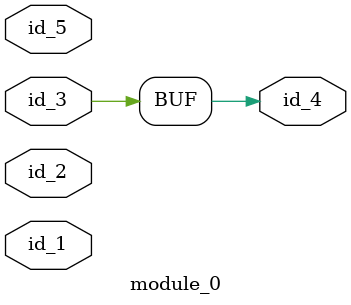
<source format=v>
module module_0 (
    id_1,
    id_2,
    id_3,
    id_4,
    id_5
);
  input id_5;
  output id_4;
  input id_3;
  inout id_2;
  input id_1;
  assign id_4 = id_3;
endmodule

</source>
